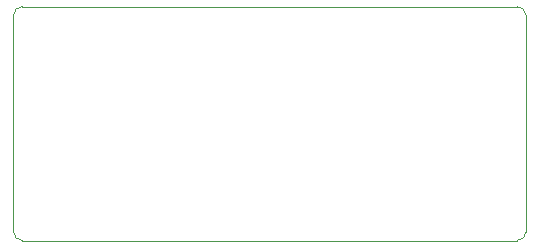
<source format=gbr>
%TF.GenerationSoftware,KiCad,Pcbnew,(5.99.0-7129-g2932fe1e64)*%
%TF.CreationDate,2020-12-05T18:13:36+08:00*%
%TF.ProjectId,Adapter,41646170-7465-4722-9e6b-696361645f70,rev?*%
%TF.SameCoordinates,Original*%
%TF.FileFunction,Profile,NP*%
%FSLAX46Y46*%
G04 Gerber Fmt 4.6, Leading zero omitted, Abs format (unit mm)*
G04 Created by KiCad (PCBNEW (5.99.0-7129-g2932fe1e64)) date 2020-12-05 18:13:36*
%MOMM*%
%LPD*%
G01*
G04 APERTURE LIST*
%TA.AperFunction,Profile*%
%ADD10C,0.100000*%
%TD*%
G04 APERTURE END LIST*
D10*
X145796000Y-93726000D02*
X103916815Y-93726000D01*
X103154815Y-92964000D02*
G75*
G03*
X103916815Y-93726000I762000J0D01*
G01*
X146558000Y-74676000D02*
X146558000Y-92964000D01*
X103916815Y-73914000D02*
X145796000Y-73914000D01*
X103916815Y-73914000D02*
G75*
G03*
X103154815Y-74676000I0J-762000D01*
G01*
X145796000Y-93726000D02*
G75*
G03*
X146558000Y-92964000I0J762000D01*
G01*
X103154815Y-92964000D02*
X103154815Y-74676000D01*
X146558000Y-74676000D02*
G75*
G03*
X145796000Y-73914000I-762000J0D01*
G01*
M02*

</source>
